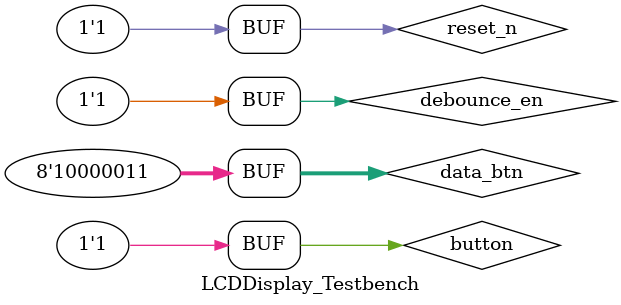
<source format=v>
`timescale 1ns / 1ps


module LCDDisplay_Testbench;

	// Inputs
	wire clk;
	reg reset_n;
	reg [7:0] data_btn;
	reg button;
	reg debounce_en;

	// Outputs
	wire RW;
	wire RS;
	wire E;
	wire [7:0] data;

	// Instantiate the Unit Under Test (UUT)
	LCDDisplay uut (
		.clk(clk), 
		.reset_n(reset_n), 
		.data_btn(data_btn), 
		.button(button), 
		.debounce_en(debounce_en), 
		.RW(RW), 
		.RS(RS), 
		.E(E), 
		.data(data)
	);

	clock_generator clock_generator1(.clk(clk));


	initial begin
		// Initialize Inputs
		reset_n = 0;
		data_btn = 0;
		button = 0;
		debounce_en = 0;

		// Wait 100 ns for global reset to finish
		#100;
		
		
		reset_n = 1 ; 
		debounce_en = 1;
		data_btn = 8'b10000011;
		#10 button = 1;
        
		// Add stimulus here

	end
      
endmodule


</source>
